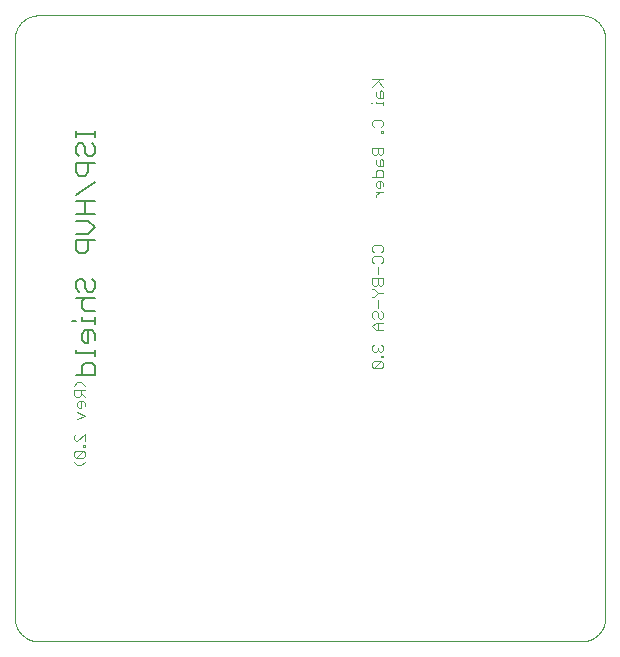
<source format=gbo>
G75*
%MOIN*%
%OFA0B0*%
%FSLAX25Y25*%
%IPPOS*%
%LPD*%
%AMOC8*
5,1,8,0,0,1.08239X$1,22.5*
%
%ADD10C,0.00004*%
%ADD11C,0.00400*%
%ADD12C,0.00600*%
D10*
X0092644Y0010874D02*
X0092644Y0203787D01*
X0092646Y0203977D01*
X0092653Y0204167D01*
X0092665Y0204357D01*
X0092681Y0204547D01*
X0092701Y0204736D01*
X0092727Y0204925D01*
X0092756Y0205113D01*
X0092791Y0205300D01*
X0092830Y0205486D01*
X0092873Y0205671D01*
X0092921Y0205856D01*
X0092973Y0206039D01*
X0093029Y0206220D01*
X0093090Y0206400D01*
X0093156Y0206579D01*
X0093225Y0206756D01*
X0093299Y0206932D01*
X0093377Y0207105D01*
X0093460Y0207277D01*
X0093546Y0207446D01*
X0093636Y0207614D01*
X0093731Y0207779D01*
X0093829Y0207942D01*
X0093932Y0208102D01*
X0094038Y0208260D01*
X0094148Y0208415D01*
X0094261Y0208568D01*
X0094379Y0208718D01*
X0094500Y0208864D01*
X0094624Y0209008D01*
X0094752Y0209149D01*
X0094883Y0209287D01*
X0095018Y0209422D01*
X0095156Y0209553D01*
X0095297Y0209681D01*
X0095441Y0209805D01*
X0095587Y0209926D01*
X0095737Y0210044D01*
X0095890Y0210157D01*
X0096045Y0210267D01*
X0096203Y0210373D01*
X0096363Y0210476D01*
X0096526Y0210574D01*
X0096691Y0210669D01*
X0096859Y0210759D01*
X0097028Y0210845D01*
X0097200Y0210928D01*
X0097373Y0211006D01*
X0097549Y0211080D01*
X0097726Y0211149D01*
X0097905Y0211215D01*
X0098085Y0211276D01*
X0098266Y0211332D01*
X0098449Y0211384D01*
X0098634Y0211432D01*
X0098819Y0211475D01*
X0099005Y0211514D01*
X0099192Y0211549D01*
X0099380Y0211578D01*
X0099569Y0211604D01*
X0099758Y0211624D01*
X0099948Y0211640D01*
X0100138Y0211652D01*
X0100328Y0211659D01*
X0100518Y0211661D01*
X0281620Y0211661D01*
X0281810Y0211659D01*
X0282000Y0211652D01*
X0282190Y0211640D01*
X0282380Y0211624D01*
X0282569Y0211604D01*
X0282758Y0211578D01*
X0282946Y0211549D01*
X0283133Y0211514D01*
X0283319Y0211475D01*
X0283504Y0211432D01*
X0283689Y0211384D01*
X0283872Y0211332D01*
X0284053Y0211276D01*
X0284233Y0211215D01*
X0284412Y0211149D01*
X0284589Y0211080D01*
X0284765Y0211006D01*
X0284938Y0210928D01*
X0285110Y0210845D01*
X0285279Y0210759D01*
X0285447Y0210669D01*
X0285612Y0210574D01*
X0285775Y0210476D01*
X0285935Y0210373D01*
X0286093Y0210267D01*
X0286248Y0210157D01*
X0286401Y0210044D01*
X0286551Y0209926D01*
X0286697Y0209805D01*
X0286841Y0209681D01*
X0286982Y0209553D01*
X0287120Y0209422D01*
X0287255Y0209287D01*
X0287386Y0209149D01*
X0287514Y0209008D01*
X0287638Y0208864D01*
X0287759Y0208718D01*
X0287877Y0208568D01*
X0287990Y0208415D01*
X0288100Y0208260D01*
X0288206Y0208102D01*
X0288309Y0207942D01*
X0288407Y0207779D01*
X0288502Y0207614D01*
X0288592Y0207446D01*
X0288678Y0207277D01*
X0288761Y0207105D01*
X0288839Y0206932D01*
X0288913Y0206756D01*
X0288982Y0206579D01*
X0289048Y0206400D01*
X0289109Y0206220D01*
X0289165Y0206039D01*
X0289217Y0205856D01*
X0289265Y0205671D01*
X0289308Y0205486D01*
X0289347Y0205300D01*
X0289382Y0205113D01*
X0289411Y0204925D01*
X0289437Y0204736D01*
X0289457Y0204547D01*
X0289473Y0204357D01*
X0289485Y0204167D01*
X0289492Y0203977D01*
X0289494Y0203787D01*
X0289494Y0010874D01*
X0289492Y0010684D01*
X0289485Y0010494D01*
X0289473Y0010304D01*
X0289457Y0010114D01*
X0289437Y0009925D01*
X0289411Y0009736D01*
X0289382Y0009548D01*
X0289347Y0009361D01*
X0289308Y0009175D01*
X0289265Y0008990D01*
X0289217Y0008805D01*
X0289165Y0008622D01*
X0289109Y0008441D01*
X0289048Y0008261D01*
X0288982Y0008082D01*
X0288913Y0007905D01*
X0288839Y0007729D01*
X0288761Y0007556D01*
X0288678Y0007384D01*
X0288592Y0007215D01*
X0288502Y0007047D01*
X0288407Y0006882D01*
X0288309Y0006719D01*
X0288206Y0006559D01*
X0288100Y0006401D01*
X0287990Y0006246D01*
X0287877Y0006093D01*
X0287759Y0005943D01*
X0287638Y0005797D01*
X0287514Y0005653D01*
X0287386Y0005512D01*
X0287255Y0005374D01*
X0287120Y0005239D01*
X0286982Y0005108D01*
X0286841Y0004980D01*
X0286697Y0004856D01*
X0286551Y0004735D01*
X0286401Y0004617D01*
X0286248Y0004504D01*
X0286093Y0004394D01*
X0285935Y0004288D01*
X0285775Y0004185D01*
X0285612Y0004087D01*
X0285447Y0003992D01*
X0285279Y0003902D01*
X0285110Y0003816D01*
X0284938Y0003733D01*
X0284765Y0003655D01*
X0284589Y0003581D01*
X0284412Y0003512D01*
X0284233Y0003446D01*
X0284053Y0003385D01*
X0283872Y0003329D01*
X0283689Y0003277D01*
X0283504Y0003229D01*
X0283319Y0003186D01*
X0283133Y0003147D01*
X0282946Y0003112D01*
X0282758Y0003083D01*
X0282569Y0003057D01*
X0282380Y0003037D01*
X0282190Y0003021D01*
X0282000Y0003009D01*
X0281810Y0003002D01*
X0281620Y0003000D01*
X0100518Y0003000D01*
X0100328Y0003002D01*
X0100138Y0003009D01*
X0099948Y0003021D01*
X0099758Y0003037D01*
X0099569Y0003057D01*
X0099380Y0003083D01*
X0099192Y0003112D01*
X0099005Y0003147D01*
X0098819Y0003186D01*
X0098634Y0003229D01*
X0098449Y0003277D01*
X0098266Y0003329D01*
X0098085Y0003385D01*
X0097905Y0003446D01*
X0097726Y0003512D01*
X0097549Y0003581D01*
X0097373Y0003655D01*
X0097200Y0003733D01*
X0097028Y0003816D01*
X0096859Y0003902D01*
X0096691Y0003992D01*
X0096526Y0004087D01*
X0096363Y0004185D01*
X0096203Y0004288D01*
X0096045Y0004394D01*
X0095890Y0004504D01*
X0095737Y0004617D01*
X0095587Y0004735D01*
X0095441Y0004856D01*
X0095297Y0004980D01*
X0095156Y0005108D01*
X0095018Y0005239D01*
X0094883Y0005374D01*
X0094752Y0005512D01*
X0094624Y0005653D01*
X0094500Y0005797D01*
X0094379Y0005943D01*
X0094261Y0006093D01*
X0094148Y0006246D01*
X0094038Y0006401D01*
X0093932Y0006559D01*
X0093829Y0006719D01*
X0093731Y0006882D01*
X0093636Y0007047D01*
X0093546Y0007215D01*
X0093460Y0007384D01*
X0093377Y0007556D01*
X0093299Y0007729D01*
X0093225Y0007905D01*
X0093156Y0008082D01*
X0093090Y0008261D01*
X0093029Y0008441D01*
X0092973Y0008622D01*
X0092921Y0008805D01*
X0092873Y0008990D01*
X0092830Y0009175D01*
X0092791Y0009361D01*
X0092756Y0009548D01*
X0092727Y0009736D01*
X0092701Y0009925D01*
X0092681Y0010114D01*
X0092665Y0010304D01*
X0092653Y0010494D01*
X0092646Y0010684D01*
X0092644Y0010874D01*
D11*
X0113487Y0061703D02*
X0112286Y0062904D01*
X0112886Y0064185D02*
X0115288Y0066587D01*
X0115889Y0065987D01*
X0115889Y0064786D01*
X0115288Y0064185D01*
X0112886Y0064185D01*
X0112286Y0064786D01*
X0112286Y0065987D01*
X0112886Y0066587D01*
X0115288Y0066587D01*
X0115288Y0067828D02*
X0115889Y0067828D01*
X0115889Y0068429D01*
X0115288Y0068429D01*
X0115288Y0067828D01*
X0115889Y0069710D02*
X0115889Y0072112D01*
X0113487Y0069710D01*
X0112886Y0069710D01*
X0112286Y0070310D01*
X0112286Y0071511D01*
X0112886Y0072112D01*
X0113487Y0077076D02*
X0115889Y0078277D01*
X0113487Y0079478D01*
X0114087Y0080759D02*
X0114688Y0080759D01*
X0114688Y0083161D01*
X0115288Y0083161D02*
X0114087Y0083161D01*
X0113487Y0082561D01*
X0113487Y0081360D01*
X0114087Y0080759D01*
X0115889Y0081360D02*
X0115889Y0082561D01*
X0115288Y0083161D01*
X0115889Y0084443D02*
X0114688Y0085644D01*
X0114688Y0085043D02*
X0114688Y0086845D01*
X0115889Y0086845D02*
X0112286Y0086845D01*
X0112286Y0085043D01*
X0112886Y0084443D01*
X0114087Y0084443D01*
X0114688Y0085043D01*
X0115889Y0088099D02*
X0114688Y0089300D01*
X0113487Y0089300D01*
X0112286Y0088099D01*
X0115889Y0062904D02*
X0114688Y0061703D01*
X0113487Y0061703D01*
X0211841Y0094578D02*
X0212442Y0093978D01*
X0214844Y0096380D01*
X0215444Y0095779D01*
X0215444Y0094578D01*
X0214844Y0093978D01*
X0212442Y0093978D01*
X0211841Y0094578D02*
X0211841Y0095779D01*
X0212442Y0096380D01*
X0214844Y0096380D01*
X0214844Y0097621D02*
X0215444Y0097621D01*
X0215444Y0098221D01*
X0214844Y0098221D01*
X0214844Y0097621D01*
X0214844Y0099502D02*
X0215444Y0100103D01*
X0215444Y0101304D01*
X0214844Y0101905D01*
X0213643Y0100704D02*
X0213643Y0100103D01*
X0214243Y0099502D01*
X0214844Y0099502D01*
X0213643Y0100103D02*
X0213042Y0099502D01*
X0212442Y0099502D01*
X0211841Y0100103D01*
X0211841Y0101304D01*
X0212442Y0101905D01*
X0213042Y0106869D02*
X0215444Y0106869D01*
X0213643Y0106869D02*
X0213643Y0109271D01*
X0213042Y0109271D02*
X0215444Y0109271D01*
X0214844Y0110552D02*
X0215444Y0111152D01*
X0215444Y0112353D01*
X0214844Y0112954D01*
X0213643Y0112353D02*
X0213643Y0111152D01*
X0214243Y0110552D01*
X0214844Y0110552D01*
X0213643Y0112353D02*
X0213042Y0112954D01*
X0212442Y0112954D01*
X0211841Y0112353D01*
X0211841Y0111152D01*
X0212442Y0110552D01*
X0213042Y0109271D02*
X0211841Y0108070D01*
X0213042Y0106869D01*
X0213643Y0114235D02*
X0213643Y0116637D01*
X0212442Y0117918D02*
X0211841Y0117918D01*
X0212442Y0117918D02*
X0213643Y0119119D01*
X0215444Y0119119D01*
X0213643Y0119119D02*
X0212442Y0120320D01*
X0211841Y0120320D01*
X0212442Y0121601D02*
X0213042Y0121601D01*
X0213643Y0122202D01*
X0213643Y0124003D01*
X0213643Y0125285D02*
X0213643Y0127687D01*
X0214844Y0128968D02*
X0215444Y0129568D01*
X0215444Y0130769D01*
X0214844Y0131370D01*
X0212442Y0131370D01*
X0211841Y0130769D01*
X0211841Y0129568D01*
X0212442Y0128968D01*
X0212442Y0132651D02*
X0211841Y0133251D01*
X0211841Y0134452D01*
X0212442Y0135053D01*
X0214844Y0135053D01*
X0215444Y0134452D01*
X0215444Y0133251D01*
X0214844Y0132651D01*
X0215444Y0124003D02*
X0211841Y0124003D01*
X0211841Y0122202D01*
X0212442Y0121601D01*
X0213643Y0122202D02*
X0214243Y0121601D01*
X0214844Y0121601D01*
X0215444Y0122202D01*
X0215444Y0124003D01*
X0213042Y0151053D02*
X0213042Y0151654D01*
X0214243Y0152855D01*
X0215444Y0152855D02*
X0213042Y0152855D01*
X0213643Y0154136D02*
X0213042Y0154736D01*
X0213042Y0155937D01*
X0213643Y0156538D01*
X0214844Y0156538D01*
X0215444Y0155937D01*
X0215444Y0154736D01*
X0214243Y0154136D02*
X0214243Y0156538D01*
X0213042Y0157819D02*
X0213042Y0159620D01*
X0213643Y0160221D01*
X0214844Y0160221D01*
X0215444Y0159620D01*
X0215444Y0157819D01*
X0211841Y0157819D01*
X0213643Y0154136D02*
X0214243Y0154136D01*
X0214243Y0161502D02*
X0214243Y0163304D01*
X0214844Y0163904D01*
X0215444Y0163304D01*
X0215444Y0161502D01*
X0213643Y0161502D01*
X0213042Y0162103D01*
X0213042Y0163304D01*
X0213042Y0165185D02*
X0213643Y0165786D01*
X0213643Y0167587D01*
X0215444Y0167587D02*
X0215444Y0165786D01*
X0214844Y0165185D01*
X0214243Y0165185D01*
X0213643Y0165786D01*
X0213042Y0165185D02*
X0212442Y0165185D01*
X0211841Y0165786D01*
X0211841Y0167587D01*
X0215444Y0167587D01*
X0215444Y0172511D02*
X0215444Y0173112D01*
X0214844Y0173112D01*
X0214844Y0172511D01*
X0215444Y0172511D01*
X0214844Y0174393D02*
X0215444Y0174994D01*
X0215444Y0176195D01*
X0214844Y0176795D01*
X0212442Y0176795D01*
X0211841Y0176195D01*
X0211841Y0174994D01*
X0212442Y0174393D01*
X0215444Y0181733D02*
X0215444Y0182934D01*
X0215444Y0182333D02*
X0213042Y0182333D01*
X0213042Y0182934D01*
X0211841Y0182333D02*
X0211241Y0182333D01*
X0213643Y0184215D02*
X0213042Y0184815D01*
X0213042Y0186016D01*
X0214243Y0186016D02*
X0214243Y0184215D01*
X0213643Y0184215D02*
X0215444Y0184215D01*
X0215444Y0186016D01*
X0214844Y0186617D01*
X0214243Y0186016D01*
X0215444Y0187898D02*
X0213643Y0189699D01*
X0214243Y0190300D02*
X0211841Y0187898D01*
X0211841Y0190300D02*
X0215444Y0190300D01*
D12*
X0119293Y0173263D02*
X0119293Y0171128D01*
X0119293Y0172195D02*
X0112888Y0172195D01*
X0112888Y0171128D02*
X0112888Y0173263D01*
X0113955Y0168966D02*
X0112888Y0167898D01*
X0112888Y0165763D01*
X0113955Y0164696D01*
X0116090Y0165763D02*
X0117158Y0164696D01*
X0118225Y0164696D01*
X0119293Y0165763D01*
X0119293Y0167898D01*
X0118225Y0168966D01*
X0116090Y0167898D02*
X0116090Y0165763D01*
X0116090Y0167898D02*
X0115023Y0168966D01*
X0113955Y0168966D01*
X0112888Y0162521D02*
X0112888Y0159318D01*
X0113955Y0158250D01*
X0116090Y0158250D01*
X0117158Y0159318D01*
X0117158Y0162521D01*
X0119293Y0162521D02*
X0112888Y0162521D01*
X0119293Y0156075D02*
X0112888Y0151805D01*
X0112888Y0149630D02*
X0119293Y0149630D01*
X0116090Y0149630D02*
X0116090Y0145359D01*
X0117158Y0143184D02*
X0112888Y0143184D01*
X0112888Y0145359D02*
X0119293Y0145359D01*
X0117158Y0143184D02*
X0119293Y0141049D01*
X0117158Y0138914D01*
X0112888Y0138914D01*
X0112888Y0136739D02*
X0112888Y0133536D01*
X0113955Y0132469D01*
X0116090Y0132469D01*
X0117158Y0133536D01*
X0117158Y0136739D01*
X0119293Y0136739D02*
X0112888Y0136739D01*
X0113955Y0123848D02*
X0115023Y0123848D01*
X0116090Y0122780D01*
X0116090Y0120645D01*
X0117158Y0119578D01*
X0118225Y0119578D01*
X0119293Y0120645D01*
X0119293Y0122780D01*
X0118225Y0123848D01*
X0113955Y0123848D02*
X0112888Y0122780D01*
X0112888Y0120645D01*
X0113955Y0119578D01*
X0112888Y0117403D02*
X0119293Y0117403D01*
X0116090Y0117403D02*
X0115023Y0116335D01*
X0115023Y0114200D01*
X0116090Y0113132D01*
X0119293Y0113132D01*
X0119293Y0110957D02*
X0119293Y0108822D01*
X0119293Y0109890D02*
X0115023Y0109890D01*
X0115023Y0110957D01*
X0112888Y0109890D02*
X0111820Y0109890D01*
X0116090Y0106660D02*
X0115023Y0105593D01*
X0115023Y0103457D01*
X0116090Y0102390D01*
X0117158Y0102390D01*
X0117158Y0106660D01*
X0118225Y0106660D02*
X0116090Y0106660D01*
X0118225Y0106660D02*
X0119293Y0105593D01*
X0119293Y0103457D01*
X0119293Y0100215D02*
X0119293Y0098080D01*
X0119293Y0099147D02*
X0112888Y0099147D01*
X0112888Y0100215D01*
X0116090Y0095918D02*
X0115023Y0094850D01*
X0115023Y0091648D01*
X0112888Y0091648D02*
X0119293Y0091648D01*
X0119293Y0094850D01*
X0118225Y0095918D01*
X0116090Y0095918D01*
M02*

</source>
